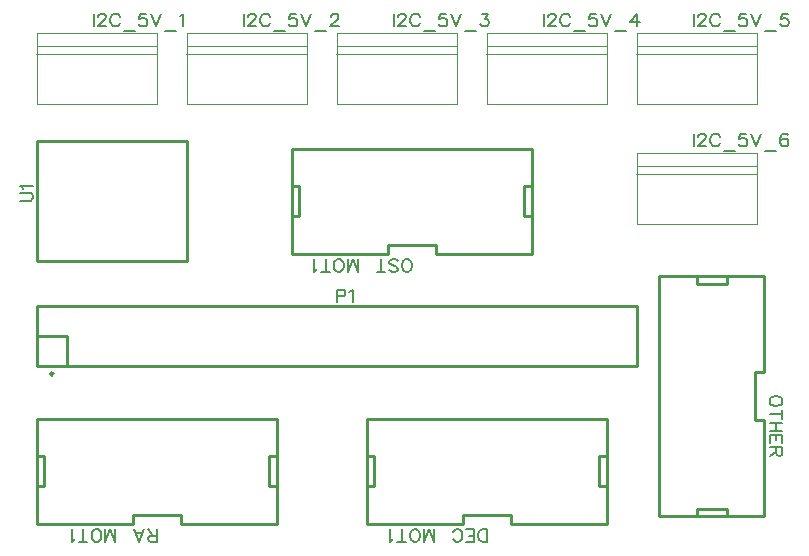
<source format=gto>
G04 Layer: TopSilkscreenLayer*
G04 EasyEDA v6.5.5, 2022-06-01 22:07:46*
G04 5fa39ab79a2c48c687a51b611db9c60e,c96cdaf6a0e44fa3bb1e134f2b5c86cb,10*
G04 Gerber Generator version 0.2*
G04 Scale: 100 percent, Rotated: No, Reflected: No *
G04 Dimensions in millimeters *
G04 leading zeros omitted , absolute positions ,4 integer and 5 decimal *
%FSLAX45Y45*%
%MOMM*%

%ADD10C,0.2540*%
%ADD20C,0.1000*%
%ADD21C,0.0550*%
%ADD22C,0.1524*%

%LPD*%
D22*
X367284Y-6604000D02*
G01*
X445262Y-6604000D01*
X460755Y-6598920D01*
X471170Y-6588505D01*
X476250Y-6572758D01*
X476250Y-6562344D01*
X471170Y-6546850D01*
X460755Y-6536436D01*
X445262Y-6531355D01*
X367284Y-6531355D01*
X388112Y-6497065D02*
G01*
X382778Y-6486652D01*
X367284Y-6470904D01*
X476250Y-6470904D01*
X3048000Y-7352284D02*
G01*
X3048000Y-7461250D01*
X3048000Y-7352284D02*
G01*
X3094736Y-7352284D01*
X3110229Y-7357363D01*
X3115563Y-7362697D01*
X3120643Y-7373112D01*
X3120643Y-7388605D01*
X3115563Y-7399020D01*
X3110229Y-7404100D01*
X3094736Y-7409434D01*
X3048000Y-7409434D01*
X3154934Y-7373112D02*
G01*
X3165347Y-7367778D01*
X3181095Y-7352284D01*
X3181095Y-7461250D01*
X1524000Y-9487915D02*
G01*
X1524000Y-9378950D01*
X1524000Y-9487915D02*
G01*
X1477263Y-9487915D01*
X1461770Y-9482836D01*
X1456436Y-9477502D01*
X1451355Y-9467087D01*
X1451355Y-9456674D01*
X1456436Y-9446260D01*
X1461770Y-9441179D01*
X1477263Y-9436100D01*
X1524000Y-9436100D01*
X1487678Y-9436100D02*
G01*
X1451355Y-9378950D01*
X1375410Y-9487915D02*
G01*
X1417065Y-9378950D01*
X1375410Y-9487915D02*
G01*
X1333754Y-9378950D01*
X1401318Y-9415271D02*
G01*
X1349502Y-9415271D01*
X1299463Y-9342374D02*
G01*
X1205992Y-9342374D01*
X1171702Y-9487915D02*
G01*
X1171702Y-9378950D01*
X1171702Y-9487915D02*
G01*
X1130300Y-9378950D01*
X1088644Y-9487915D02*
G01*
X1130300Y-9378950D01*
X1088644Y-9487915D02*
G01*
X1088644Y-9378950D01*
X1023112Y-9487915D02*
G01*
X1033526Y-9482836D01*
X1043939Y-9472421D01*
X1049020Y-9462008D01*
X1054354Y-9446260D01*
X1054354Y-9420352D01*
X1049020Y-9404858D01*
X1043939Y-9394444D01*
X1033526Y-9384029D01*
X1023112Y-9378950D01*
X1002284Y-9378950D01*
X991870Y-9384029D01*
X981710Y-9394444D01*
X976376Y-9404858D01*
X971295Y-9420352D01*
X971295Y-9446260D01*
X976376Y-9462008D01*
X981710Y-9472421D01*
X991870Y-9482836D01*
X1002284Y-9487915D01*
X1023112Y-9487915D01*
X900429Y-9487915D02*
G01*
X900429Y-9378950D01*
X937005Y-9487915D02*
G01*
X864107Y-9487915D01*
X829818Y-9467087D02*
G01*
X819404Y-9472421D01*
X803910Y-9487915D01*
X803910Y-9378950D01*
X4318000Y-9487915D02*
G01*
X4318000Y-9378950D01*
X4318000Y-9487915D02*
G01*
X4281677Y-9487915D01*
X4265929Y-9482836D01*
X4255770Y-9472421D01*
X4250436Y-9462008D01*
X4245356Y-9446260D01*
X4245356Y-9420352D01*
X4250436Y-9404858D01*
X4255770Y-9394444D01*
X4265929Y-9384029D01*
X4281677Y-9378950D01*
X4318000Y-9378950D01*
X4211065Y-9487915D02*
G01*
X4211065Y-9378950D01*
X4211065Y-9487915D02*
G01*
X4143502Y-9487915D01*
X4211065Y-9436100D02*
G01*
X4169409Y-9436100D01*
X4211065Y-9378950D02*
G01*
X4143502Y-9378950D01*
X4031234Y-9462008D02*
G01*
X4036313Y-9472421D01*
X4046727Y-9482836D01*
X4057141Y-9487915D01*
X4077970Y-9487915D01*
X4088384Y-9482836D01*
X4098797Y-9472421D01*
X4103877Y-9462008D01*
X4109211Y-9446260D01*
X4109211Y-9420352D01*
X4103877Y-9404858D01*
X4098797Y-9394444D01*
X4088384Y-9384029D01*
X4077970Y-9378950D01*
X4057141Y-9378950D01*
X4046727Y-9384029D01*
X4036313Y-9394444D01*
X4031234Y-9404858D01*
X3996943Y-9342374D02*
G01*
X3903472Y-9342374D01*
X3869181Y-9487915D02*
G01*
X3869181Y-9378950D01*
X3869181Y-9487915D02*
G01*
X3827525Y-9378950D01*
X3785870Y-9487915D02*
G01*
X3827525Y-9378950D01*
X3785870Y-9487915D02*
G01*
X3785870Y-9378950D01*
X3720591Y-9487915D02*
G01*
X3731006Y-9482836D01*
X3741420Y-9472421D01*
X3746500Y-9462008D01*
X3751579Y-9446260D01*
X3751579Y-9420352D01*
X3746500Y-9404858D01*
X3741420Y-9394444D01*
X3731006Y-9384029D01*
X3720591Y-9378950D01*
X3699763Y-9378950D01*
X3689350Y-9384029D01*
X3678936Y-9394444D01*
X3673856Y-9404858D01*
X3668522Y-9420352D01*
X3668522Y-9446260D01*
X3673856Y-9462008D01*
X3678936Y-9472421D01*
X3689350Y-9482836D01*
X3699763Y-9487915D01*
X3720591Y-9487915D01*
X3597909Y-9487915D02*
G01*
X3597909Y-9378950D01*
X3634231Y-9487915D02*
G01*
X3561588Y-9487915D01*
X3527297Y-9467087D02*
G01*
X3516884Y-9472421D01*
X3501390Y-9487915D01*
X3501390Y-9378950D01*
X3651758Y-7201915D02*
G01*
X3662172Y-7196836D01*
X3672586Y-7186421D01*
X3677920Y-7176008D01*
X3683000Y-7160260D01*
X3683000Y-7134352D01*
X3677920Y-7118858D01*
X3672586Y-7108444D01*
X3662172Y-7098029D01*
X3651758Y-7092950D01*
X3630929Y-7092950D01*
X3620770Y-7098029D01*
X3610356Y-7108444D01*
X3605022Y-7118858D01*
X3599941Y-7134352D01*
X3599941Y-7160260D01*
X3605022Y-7176008D01*
X3610356Y-7186421D01*
X3620770Y-7196836D01*
X3630929Y-7201915D01*
X3651758Y-7201915D01*
X3492754Y-7186421D02*
G01*
X3503168Y-7196836D01*
X3518915Y-7201915D01*
X3539490Y-7201915D01*
X3555238Y-7196836D01*
X3565652Y-7186421D01*
X3565652Y-7176008D01*
X3560318Y-7165594D01*
X3555238Y-7160260D01*
X3544824Y-7155179D01*
X3513581Y-7144765D01*
X3503168Y-7139686D01*
X3498088Y-7134352D01*
X3492754Y-7123937D01*
X3492754Y-7108444D01*
X3503168Y-7098029D01*
X3518915Y-7092950D01*
X3539490Y-7092950D01*
X3555238Y-7098029D01*
X3565652Y-7108444D01*
X3422141Y-7201915D02*
G01*
X3422141Y-7092950D01*
X3458463Y-7201915D02*
G01*
X3385820Y-7201915D01*
X3351529Y-7056373D02*
G01*
X3258058Y-7056373D01*
X3223768Y-7201915D02*
G01*
X3223768Y-7092950D01*
X3223768Y-7201915D02*
G01*
X3182111Y-7092950D01*
X3140709Y-7201915D02*
G01*
X3182111Y-7092950D01*
X3140709Y-7201915D02*
G01*
X3140709Y-7092950D01*
X3075177Y-7201915D02*
G01*
X3085591Y-7196836D01*
X3096006Y-7186421D01*
X3101086Y-7176008D01*
X3106420Y-7160260D01*
X3106420Y-7134352D01*
X3101086Y-7118858D01*
X3096006Y-7108444D01*
X3085591Y-7098029D01*
X3075177Y-7092950D01*
X3054350Y-7092950D01*
X3043936Y-7098029D01*
X3033522Y-7108444D01*
X3028441Y-7118858D01*
X3023108Y-7134352D01*
X3023108Y-7160260D01*
X3028441Y-7176008D01*
X3033522Y-7186421D01*
X3043936Y-7196836D01*
X3054350Y-7201915D01*
X3075177Y-7201915D01*
X2952495Y-7201915D02*
G01*
X2952495Y-7092950D01*
X2988818Y-7201915D02*
G01*
X2916174Y-7201915D01*
X2881884Y-7181087D02*
G01*
X2871470Y-7186421D01*
X2855975Y-7201915D01*
X2855975Y-7092950D01*
X6820915Y-8286242D02*
G01*
X6815836Y-8275828D01*
X6805422Y-8265413D01*
X6795008Y-8260079D01*
X6779259Y-8255000D01*
X6753352Y-8255000D01*
X6737858Y-8260079D01*
X6727443Y-8265413D01*
X6717029Y-8275828D01*
X6711950Y-8286242D01*
X6711950Y-8307070D01*
X6717029Y-8317229D01*
X6727443Y-8327644D01*
X6737858Y-8332978D01*
X6753352Y-8338058D01*
X6779259Y-8338058D01*
X6795008Y-8332978D01*
X6805422Y-8327644D01*
X6815836Y-8317229D01*
X6820915Y-8307070D01*
X6820915Y-8286242D01*
X6820915Y-8408670D02*
G01*
X6711950Y-8408670D01*
X6820915Y-8372347D02*
G01*
X6820915Y-8445245D01*
X6820915Y-8479536D02*
G01*
X6711950Y-8479536D01*
X6820915Y-8552179D02*
G01*
X6711950Y-8552179D01*
X6769100Y-8479536D02*
G01*
X6769100Y-8552179D01*
X6820915Y-8586470D02*
G01*
X6711950Y-8586470D01*
X6820915Y-8586470D02*
G01*
X6820915Y-8654034D01*
X6769100Y-8586470D02*
G01*
X6769100Y-8628126D01*
X6711950Y-8586470D02*
G01*
X6711950Y-8654034D01*
X6820915Y-8688324D02*
G01*
X6711950Y-8688324D01*
X6820915Y-8688324D02*
G01*
X6820915Y-8735060D01*
X6815836Y-8750554D01*
X6810502Y-8755887D01*
X6800088Y-8760968D01*
X6789674Y-8760968D01*
X6779259Y-8755887D01*
X6774179Y-8750554D01*
X6769100Y-8735060D01*
X6769100Y-8688324D01*
X6769100Y-8724645D02*
G01*
X6711950Y-8760968D01*
X990600Y-5015484D02*
G01*
X990600Y-5124450D01*
X1029970Y-5041392D02*
G01*
X1029970Y-5036312D01*
X1035304Y-5025897D01*
X1040384Y-5020563D01*
X1050797Y-5015484D01*
X1071626Y-5015484D01*
X1082039Y-5020563D01*
X1087120Y-5025897D01*
X1092454Y-5036312D01*
X1092454Y-5046726D01*
X1087120Y-5057139D01*
X1076960Y-5072634D01*
X1024889Y-5124450D01*
X1097534Y-5124450D01*
X1209802Y-5041392D02*
G01*
X1204721Y-5030978D01*
X1194307Y-5020563D01*
X1183894Y-5015484D01*
X1163065Y-5015484D01*
X1152652Y-5020563D01*
X1142237Y-5030978D01*
X1137157Y-5041392D01*
X1131823Y-5057139D01*
X1131823Y-5083047D01*
X1137157Y-5098542D01*
X1142237Y-5108955D01*
X1152652Y-5119370D01*
X1163065Y-5124450D01*
X1183894Y-5124450D01*
X1194307Y-5119370D01*
X1204721Y-5108955D01*
X1209802Y-5098542D01*
X1244092Y-5161026D02*
G01*
X1337563Y-5161026D01*
X1434337Y-5015484D02*
G01*
X1382268Y-5015484D01*
X1377187Y-5062220D01*
X1382268Y-5057139D01*
X1398015Y-5051805D01*
X1413510Y-5051805D01*
X1429004Y-5057139D01*
X1439418Y-5067300D01*
X1444752Y-5083047D01*
X1444752Y-5093462D01*
X1439418Y-5108955D01*
X1429004Y-5119370D01*
X1413510Y-5124450D01*
X1398015Y-5124450D01*
X1382268Y-5119370D01*
X1377187Y-5114289D01*
X1371854Y-5103876D01*
X1479042Y-5015484D02*
G01*
X1520444Y-5124450D01*
X1562100Y-5015484D02*
G01*
X1520444Y-5124450D01*
X1596389Y-5161026D02*
G01*
X1689862Y-5161026D01*
X1724152Y-5036312D02*
G01*
X1734565Y-5030978D01*
X1750060Y-5015484D01*
X1750060Y-5124450D01*
X2260600Y-5015484D02*
G01*
X2260600Y-5124450D01*
X2299970Y-5041392D02*
G01*
X2299970Y-5036312D01*
X2305304Y-5025897D01*
X2310384Y-5020563D01*
X2320797Y-5015484D01*
X2341625Y-5015484D01*
X2352040Y-5020563D01*
X2357120Y-5025897D01*
X2362454Y-5036312D01*
X2362454Y-5046726D01*
X2357120Y-5057139D01*
X2346959Y-5072634D01*
X2294890Y-5124450D01*
X2367534Y-5124450D01*
X2479802Y-5041392D02*
G01*
X2474722Y-5030978D01*
X2464308Y-5020563D01*
X2453893Y-5015484D01*
X2433065Y-5015484D01*
X2422652Y-5020563D01*
X2412238Y-5030978D01*
X2407158Y-5041392D01*
X2401824Y-5057139D01*
X2401824Y-5083047D01*
X2407158Y-5098542D01*
X2412238Y-5108955D01*
X2422652Y-5119370D01*
X2433065Y-5124450D01*
X2453893Y-5124450D01*
X2464308Y-5119370D01*
X2474722Y-5108955D01*
X2479802Y-5098542D01*
X2514091Y-5161026D02*
G01*
X2607563Y-5161026D01*
X2704338Y-5015484D02*
G01*
X2652268Y-5015484D01*
X2647188Y-5062220D01*
X2652268Y-5057139D01*
X2668015Y-5051805D01*
X2683509Y-5051805D01*
X2699004Y-5057139D01*
X2709418Y-5067300D01*
X2714752Y-5083047D01*
X2714752Y-5093462D01*
X2709418Y-5108955D01*
X2699004Y-5119370D01*
X2683509Y-5124450D01*
X2668015Y-5124450D01*
X2652268Y-5119370D01*
X2647188Y-5114289D01*
X2641854Y-5103876D01*
X2749041Y-5015484D02*
G01*
X2790443Y-5124450D01*
X2832100Y-5015484D02*
G01*
X2790443Y-5124450D01*
X2866390Y-5161026D02*
G01*
X2959861Y-5161026D01*
X2999486Y-5041392D02*
G01*
X2999486Y-5036312D01*
X3004565Y-5025897D01*
X3009900Y-5020563D01*
X3020059Y-5015484D01*
X3040888Y-5015484D01*
X3051302Y-5020563D01*
X3056636Y-5025897D01*
X3061715Y-5036312D01*
X3061715Y-5046726D01*
X3056636Y-5057139D01*
X3046222Y-5072634D01*
X2994152Y-5124450D01*
X3067050Y-5124450D01*
X3530600Y-5015484D02*
G01*
X3530600Y-5124450D01*
X3569970Y-5041392D02*
G01*
X3569970Y-5036312D01*
X3575304Y-5025897D01*
X3580384Y-5020563D01*
X3590797Y-5015484D01*
X3611625Y-5015484D01*
X3622040Y-5020563D01*
X3627120Y-5025897D01*
X3632454Y-5036312D01*
X3632454Y-5046726D01*
X3627120Y-5057139D01*
X3616959Y-5072634D01*
X3564890Y-5124450D01*
X3637534Y-5124450D01*
X3749802Y-5041392D02*
G01*
X3744722Y-5030978D01*
X3734308Y-5020563D01*
X3723893Y-5015484D01*
X3703065Y-5015484D01*
X3692652Y-5020563D01*
X3682238Y-5030978D01*
X3677158Y-5041392D01*
X3671824Y-5057139D01*
X3671824Y-5083047D01*
X3677158Y-5098542D01*
X3682238Y-5108955D01*
X3692652Y-5119370D01*
X3703065Y-5124450D01*
X3723893Y-5124450D01*
X3734308Y-5119370D01*
X3744722Y-5108955D01*
X3749802Y-5098542D01*
X3784091Y-5161026D02*
G01*
X3877563Y-5161026D01*
X3974338Y-5015484D02*
G01*
X3922268Y-5015484D01*
X3917188Y-5062220D01*
X3922268Y-5057139D01*
X3938015Y-5051805D01*
X3953509Y-5051805D01*
X3969004Y-5057139D01*
X3979418Y-5067300D01*
X3984752Y-5083047D01*
X3984752Y-5093462D01*
X3979418Y-5108955D01*
X3969004Y-5119370D01*
X3953509Y-5124450D01*
X3938015Y-5124450D01*
X3922268Y-5119370D01*
X3917188Y-5114289D01*
X3911854Y-5103876D01*
X4019041Y-5015484D02*
G01*
X4060443Y-5124450D01*
X4102100Y-5015484D02*
G01*
X4060443Y-5124450D01*
X4136390Y-5161026D02*
G01*
X4229861Y-5161026D01*
X4274565Y-5015484D02*
G01*
X4331715Y-5015484D01*
X4300474Y-5057139D01*
X4316222Y-5057139D01*
X4326636Y-5062220D01*
X4331715Y-5067300D01*
X4337050Y-5083047D01*
X4337050Y-5093462D01*
X4331715Y-5108955D01*
X4321302Y-5119370D01*
X4305808Y-5124450D01*
X4290059Y-5124450D01*
X4274565Y-5119370D01*
X4269486Y-5114289D01*
X4264152Y-5103876D01*
X4800600Y-5015484D02*
G01*
X4800600Y-5124450D01*
X4839970Y-5041392D02*
G01*
X4839970Y-5036312D01*
X4845304Y-5025897D01*
X4850384Y-5020563D01*
X4860797Y-5015484D01*
X4881625Y-5015484D01*
X4892040Y-5020563D01*
X4897120Y-5025897D01*
X4902454Y-5036312D01*
X4902454Y-5046726D01*
X4897120Y-5057139D01*
X4886959Y-5072634D01*
X4834890Y-5124450D01*
X4907534Y-5124450D01*
X5019802Y-5041392D02*
G01*
X5014722Y-5030978D01*
X5004308Y-5020563D01*
X4993893Y-5015484D01*
X4973065Y-5015484D01*
X4962652Y-5020563D01*
X4952238Y-5030978D01*
X4947158Y-5041392D01*
X4941824Y-5057139D01*
X4941824Y-5083047D01*
X4947158Y-5098542D01*
X4952238Y-5108955D01*
X4962652Y-5119370D01*
X4973065Y-5124450D01*
X4993893Y-5124450D01*
X5004308Y-5119370D01*
X5014722Y-5108955D01*
X5019802Y-5098542D01*
X5054091Y-5161026D02*
G01*
X5147563Y-5161026D01*
X5244338Y-5015484D02*
G01*
X5192268Y-5015484D01*
X5187188Y-5062220D01*
X5192268Y-5057139D01*
X5208015Y-5051805D01*
X5223509Y-5051805D01*
X5239004Y-5057139D01*
X5249418Y-5067300D01*
X5254752Y-5083047D01*
X5254752Y-5093462D01*
X5249418Y-5108955D01*
X5239004Y-5119370D01*
X5223509Y-5124450D01*
X5208015Y-5124450D01*
X5192268Y-5119370D01*
X5187188Y-5114289D01*
X5181854Y-5103876D01*
X5289041Y-5015484D02*
G01*
X5330443Y-5124450D01*
X5372100Y-5015484D02*
G01*
X5330443Y-5124450D01*
X5406390Y-5161026D02*
G01*
X5499861Y-5161026D01*
X5586222Y-5015484D02*
G01*
X5534152Y-5088128D01*
X5612129Y-5088128D01*
X5586222Y-5015484D02*
G01*
X5586222Y-5124450D01*
X6070600Y-5015484D02*
G01*
X6070600Y-5124450D01*
X6109970Y-5041392D02*
G01*
X6109970Y-5036312D01*
X6115304Y-5025897D01*
X6120384Y-5020563D01*
X6130797Y-5015484D01*
X6151625Y-5015484D01*
X6162040Y-5020563D01*
X6167120Y-5025897D01*
X6172454Y-5036312D01*
X6172454Y-5046726D01*
X6167120Y-5057139D01*
X6156959Y-5072634D01*
X6104890Y-5124450D01*
X6177534Y-5124450D01*
X6289802Y-5041392D02*
G01*
X6284722Y-5030978D01*
X6274308Y-5020563D01*
X6263893Y-5015484D01*
X6243065Y-5015484D01*
X6232652Y-5020563D01*
X6222238Y-5030978D01*
X6217158Y-5041392D01*
X6211824Y-5057139D01*
X6211824Y-5083047D01*
X6217158Y-5098542D01*
X6222238Y-5108955D01*
X6232652Y-5119370D01*
X6243065Y-5124450D01*
X6263893Y-5124450D01*
X6274308Y-5119370D01*
X6284722Y-5108955D01*
X6289802Y-5098542D01*
X6324091Y-5161026D02*
G01*
X6417563Y-5161026D01*
X6514338Y-5015484D02*
G01*
X6462268Y-5015484D01*
X6457188Y-5062220D01*
X6462268Y-5057139D01*
X6478015Y-5051805D01*
X6493509Y-5051805D01*
X6509004Y-5057139D01*
X6519418Y-5067300D01*
X6524752Y-5083047D01*
X6524752Y-5093462D01*
X6519418Y-5108955D01*
X6509004Y-5119370D01*
X6493509Y-5124450D01*
X6478015Y-5124450D01*
X6462268Y-5119370D01*
X6457188Y-5114289D01*
X6451854Y-5103876D01*
X6559041Y-5015484D02*
G01*
X6600443Y-5124450D01*
X6642100Y-5015484D02*
G01*
X6600443Y-5124450D01*
X6676390Y-5161026D02*
G01*
X6769861Y-5161026D01*
X6866636Y-5015484D02*
G01*
X6814565Y-5015484D01*
X6809486Y-5062220D01*
X6814565Y-5057139D01*
X6830059Y-5051805D01*
X6845808Y-5051805D01*
X6861302Y-5057139D01*
X6871715Y-5067300D01*
X6877050Y-5083047D01*
X6877050Y-5093462D01*
X6871715Y-5108955D01*
X6861302Y-5119370D01*
X6845808Y-5124450D01*
X6830059Y-5124450D01*
X6814565Y-5119370D01*
X6809486Y-5114289D01*
X6804152Y-5103876D01*
X6070600Y-6031484D02*
G01*
X6070600Y-6140450D01*
X6109970Y-6057392D02*
G01*
X6109970Y-6052312D01*
X6115304Y-6041897D01*
X6120384Y-6036563D01*
X6130797Y-6031484D01*
X6151625Y-6031484D01*
X6162040Y-6036563D01*
X6167120Y-6041897D01*
X6172454Y-6052312D01*
X6172454Y-6062726D01*
X6167120Y-6073139D01*
X6156959Y-6088634D01*
X6104890Y-6140450D01*
X6177534Y-6140450D01*
X6289802Y-6057392D02*
G01*
X6284722Y-6046978D01*
X6274308Y-6036563D01*
X6263893Y-6031484D01*
X6243065Y-6031484D01*
X6232652Y-6036563D01*
X6222238Y-6046978D01*
X6217158Y-6057392D01*
X6211824Y-6073139D01*
X6211824Y-6099047D01*
X6217158Y-6114542D01*
X6222238Y-6124955D01*
X6232652Y-6135370D01*
X6243065Y-6140450D01*
X6263893Y-6140450D01*
X6274308Y-6135370D01*
X6284722Y-6124955D01*
X6289802Y-6114542D01*
X6324091Y-6177026D02*
G01*
X6417563Y-6177026D01*
X6514338Y-6031484D02*
G01*
X6462268Y-6031484D01*
X6457188Y-6078220D01*
X6462268Y-6073139D01*
X6478015Y-6067805D01*
X6493509Y-6067805D01*
X6509004Y-6073139D01*
X6519418Y-6083300D01*
X6524752Y-6099047D01*
X6524752Y-6109462D01*
X6519418Y-6124955D01*
X6509004Y-6135370D01*
X6493509Y-6140450D01*
X6478015Y-6140450D01*
X6462268Y-6135370D01*
X6457188Y-6130289D01*
X6451854Y-6119876D01*
X6559041Y-6031484D02*
G01*
X6600443Y-6140450D01*
X6642100Y-6031484D02*
G01*
X6600443Y-6140450D01*
X6676390Y-6177026D02*
G01*
X6769861Y-6177026D01*
X6866636Y-6046978D02*
G01*
X6861302Y-6036563D01*
X6845808Y-6031484D01*
X6835393Y-6031484D01*
X6819900Y-6036563D01*
X6809486Y-6052312D01*
X6804152Y-6078220D01*
X6804152Y-6104128D01*
X6809486Y-6124955D01*
X6819900Y-6135370D01*
X6835393Y-6140450D01*
X6840474Y-6140450D01*
X6856222Y-6135370D01*
X6866636Y-6124955D01*
X6871715Y-6109462D01*
X6871715Y-6104128D01*
X6866636Y-6088634D01*
X6856222Y-6078220D01*
X6840474Y-6073139D01*
X6835393Y-6073139D01*
X6819900Y-6078220D01*
X6809486Y-6088634D01*
X6804152Y-6104128D01*
D10*
X508000Y-7112000D02*
G01*
X508000Y-6096000D01*
X1778000Y-6096000D01*
X1778000Y-7112000D01*
X508000Y-7112000D01*
X508000Y-7493000D02*
G01*
X508000Y-8001000D01*
X5588000Y-8001000D01*
X5588000Y-7493000D01*
X508000Y-7493000D01*
X762000Y-7747000D02*
G01*
X508000Y-7747000D01*
X762000Y-8001000D02*
G01*
X762000Y-7747000D01*
X508000Y-8763000D02*
G01*
X571398Y-8763000D01*
X571398Y-9017000D01*
X508000Y-9017000D01*
X2540000Y-9017000D02*
G01*
X2476601Y-9017000D01*
X2476601Y-8763000D01*
X2540000Y-8763000D01*
X1727200Y-9334500D02*
G01*
X2540000Y-9334500D01*
X2540000Y-8445500D01*
X508000Y-8445500D01*
X508000Y-9334500D01*
X1320800Y-9334500D01*
X1320800Y-9258300D01*
X1727200Y-9258300D01*
X1727200Y-9334500D01*
X3302000Y-8763000D02*
G01*
X3365398Y-8763000D01*
X3365398Y-9017000D01*
X3302000Y-9017000D01*
X5334000Y-9017000D02*
G01*
X5270601Y-9017000D01*
X5270601Y-8763000D01*
X5334000Y-8763000D01*
X4521200Y-9334500D02*
G01*
X5334000Y-9334500D01*
X5334000Y-8445500D01*
X3302000Y-8445500D01*
X3302000Y-9334500D01*
X4114800Y-9334500D01*
X4114800Y-9258300D01*
X4521200Y-9258300D01*
X4521200Y-9334500D01*
X2667000Y-6477000D02*
G01*
X2730398Y-6477000D01*
X2730398Y-6731000D01*
X2667000Y-6731000D01*
X4699000Y-6731000D02*
G01*
X4635601Y-6731000D01*
X4635601Y-6477000D01*
X4699000Y-6477000D01*
X3886200Y-7048500D02*
G01*
X4699000Y-7048500D01*
X4699000Y-6159500D01*
X2667000Y-6159500D01*
X2667000Y-7048500D01*
X3479800Y-7048500D01*
X3479800Y-6972300D01*
X3886200Y-6972300D01*
X3886200Y-7048500D01*
X6096000Y-9271000D02*
G01*
X6096000Y-9207601D01*
X6350000Y-9207601D01*
X6350000Y-9271000D01*
X6350000Y-7239000D02*
G01*
X6350000Y-7302398D01*
X6096000Y-7302398D01*
X6096000Y-7239000D01*
X6667500Y-8051800D02*
G01*
X6667500Y-7239000D01*
X5778500Y-7239000D01*
X5778500Y-9271000D01*
X6667500Y-9271000D01*
X6667500Y-8458200D01*
X6591300Y-8458200D01*
X6591300Y-8051800D01*
X6667500Y-8051800D01*
D20*
X508000Y-5180990D02*
G01*
X1524000Y-5180990D01*
X1524000Y-5780989D01*
X508000Y-5780989D01*
X508000Y-5180990D01*
X508000Y-5180990D02*
G01*
X1523593Y-5180990D01*
X1523593Y-5288991D01*
X508000Y-5288991D01*
X508000Y-5180990D01*
D21*
X504997Y-5361000D02*
G01*
X1520997Y-5361000D01*
D20*
X1778000Y-5180990D02*
G01*
X2794000Y-5180990D01*
X2794000Y-5780989D01*
X1778000Y-5780989D01*
X1778000Y-5180990D01*
X1778000Y-5180990D02*
G01*
X2793593Y-5180990D01*
X2793593Y-5288991D01*
X1778000Y-5288991D01*
X1778000Y-5180990D01*
D21*
X1774997Y-5361000D02*
G01*
X2790997Y-5361000D01*
D20*
X3048000Y-5180990D02*
G01*
X4064000Y-5180990D01*
X4064000Y-5780989D01*
X3048000Y-5780989D01*
X3048000Y-5180990D01*
X3048000Y-5180990D02*
G01*
X4063593Y-5180990D01*
X4063593Y-5288991D01*
X3048000Y-5288991D01*
X3048000Y-5180990D01*
D21*
X3044997Y-5361000D02*
G01*
X4060997Y-5361000D01*
D20*
X4318000Y-5180990D02*
G01*
X5334000Y-5180990D01*
X5334000Y-5780989D01*
X4318000Y-5780989D01*
X4318000Y-5180990D01*
X4318000Y-5180990D02*
G01*
X5333593Y-5180990D01*
X5333593Y-5288991D01*
X4318000Y-5288991D01*
X4318000Y-5180990D01*
D21*
X4314997Y-5361000D02*
G01*
X5330997Y-5361000D01*
D20*
X5588000Y-5180990D02*
G01*
X6604000Y-5180990D01*
X6604000Y-5780989D01*
X5588000Y-5780989D01*
X5588000Y-5180990D01*
X5588000Y-5180990D02*
G01*
X6603593Y-5180990D01*
X6603593Y-5288991D01*
X5588000Y-5288991D01*
X5588000Y-5180990D01*
D21*
X5584997Y-5361000D02*
G01*
X6600997Y-5361000D01*
D20*
X5588000Y-6196990D02*
G01*
X6604000Y-6196990D01*
X6604000Y-6796989D01*
X5588000Y-6796989D01*
X5588000Y-6196990D01*
X5588000Y-6196990D02*
G01*
X6603593Y-6196990D01*
X6603593Y-6304991D01*
X5588000Y-6304991D01*
X5588000Y-6196990D01*
D21*
X5584997Y-6377000D02*
G01*
X6600997Y-6377000D01*
D10*
G75*
G01
X647700Y-8064500D02*
G03X647700Y-8064500I-12700J0D01*
M02*

</source>
